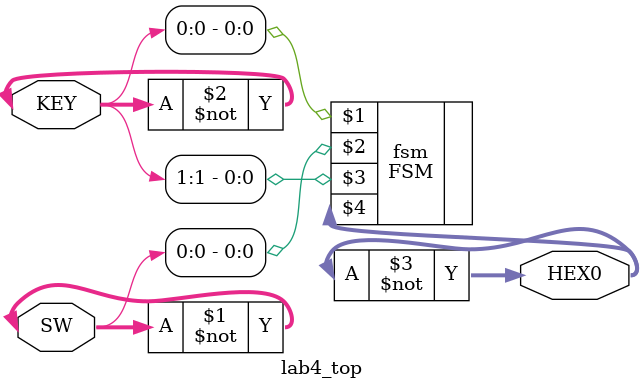
<source format=v>
/***********************
 Victor Sira
 21278163
 September 30 2017
 CPEN 211 L1E
***********************/


// This is the top level module that connects together all the modules.

module lab4_top(SW, KEY, HEX0);
  input [9:0] SW;
  input [3:0] KEY;
  output [6:0] HEX0;

  // Inverse logic of pushbuttons and switches for DE1 board:
  assign SW = ~SW;
  assign KEY = ~KEY;
  assign HEX0 = ~HEX0;

  FSM fsm ( KEY[0], SW[0], KEY[1], HEX0);

endmodule

</source>
